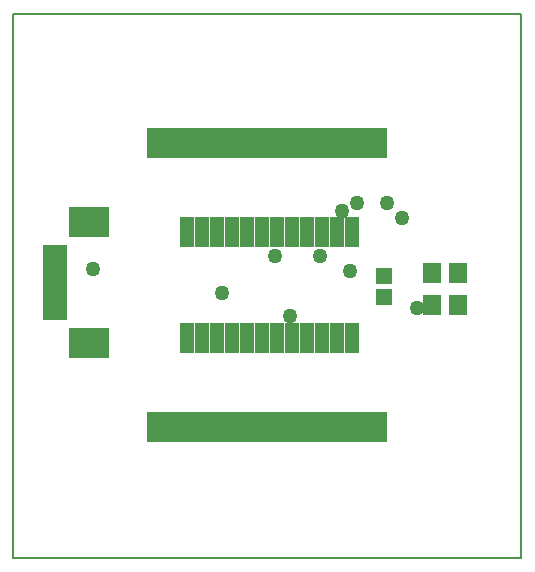
<source format=gbs>
G04 PROTEUS RS274X GERBER FILE*
%FSLAX24Y24*%
%MOIN*%
%ADD70C,0.0500*%
%ADD71R,0.1000X0.1000*%
%ADD20R,0.0450X0.1000*%
%ADD21R,0.0600X0.0700*%
%ADD22R,0.0550X0.0550*%
%ADD23R,0.0829X0.0518*%
%ADD24R,0.1381X0.0987*%
%ADD14C,0.0050*%
G54D70*
X-1500Y-250D03*
X+250Y+1000D03*
X+2750Y+500D03*
X+750Y-1000D03*
X+5000Y-750D03*
X+1750Y+1000D03*
X+2500Y+2500D03*
X+4000Y+2750D03*
X+3000Y+2750D03*
X-5815Y+580D03*
X+4500Y+2250D03*
G54D71*
X-3503Y-4685D03*
X-2503Y-4685D03*
X-1503Y-4685D03*
X-503Y-4685D03*
X+496Y-4685D03*
X+1496Y-4685D03*
X+2496Y-4685D03*
X+3496Y-4685D03*
X+3496Y+4763D03*
X+2496Y+4763D03*
X+1496Y+4763D03*
X+496Y+4763D03*
X-503Y+4763D03*
X-1503Y+4763D03*
X-2503Y+4763D03*
X-3503Y+4763D03*
G54D20*
X+2828Y-1735D03*
X+2328Y-1735D03*
X+1828Y-1735D03*
X+1328Y-1735D03*
X+828Y-1735D03*
X+328Y-1735D03*
X-171Y-1735D03*
X-671Y-1735D03*
X-1171Y-1735D03*
X-1671Y-1735D03*
X-2171Y-1735D03*
X-2671Y-1735D03*
X-2671Y+1814D03*
X-2171Y+1814D03*
X-1671Y+1814D03*
X-1171Y+1814D03*
X-671Y+1814D03*
X-171Y+1814D03*
X+328Y+1814D03*
X+828Y+1814D03*
X+1328Y+1814D03*
X+1828Y+1814D03*
X+2328Y+1814D03*
X+2828Y+1814D03*
G54D21*
X+5498Y-629D03*
X+6338Y-629D03*
X+5498Y+433D03*
X+6338Y+433D03*
G54D22*
X+3897Y-354D03*
X+3897Y+325D03*
G54D23*
X-7091Y+1106D03*
X-7091Y+614D03*
X-7091Y+122D03*
X-7091Y-370D03*
X-7091Y-862D03*
G54D24*
X-5950Y+2130D03*
X-5950Y-1885D03*
G54D14*
X-8464Y-9055D02*
X+8464Y-9055D01*
X+8464Y+9055D01*
X-8464Y+9055D01*
X-8464Y-9055D01*
M00*

</source>
